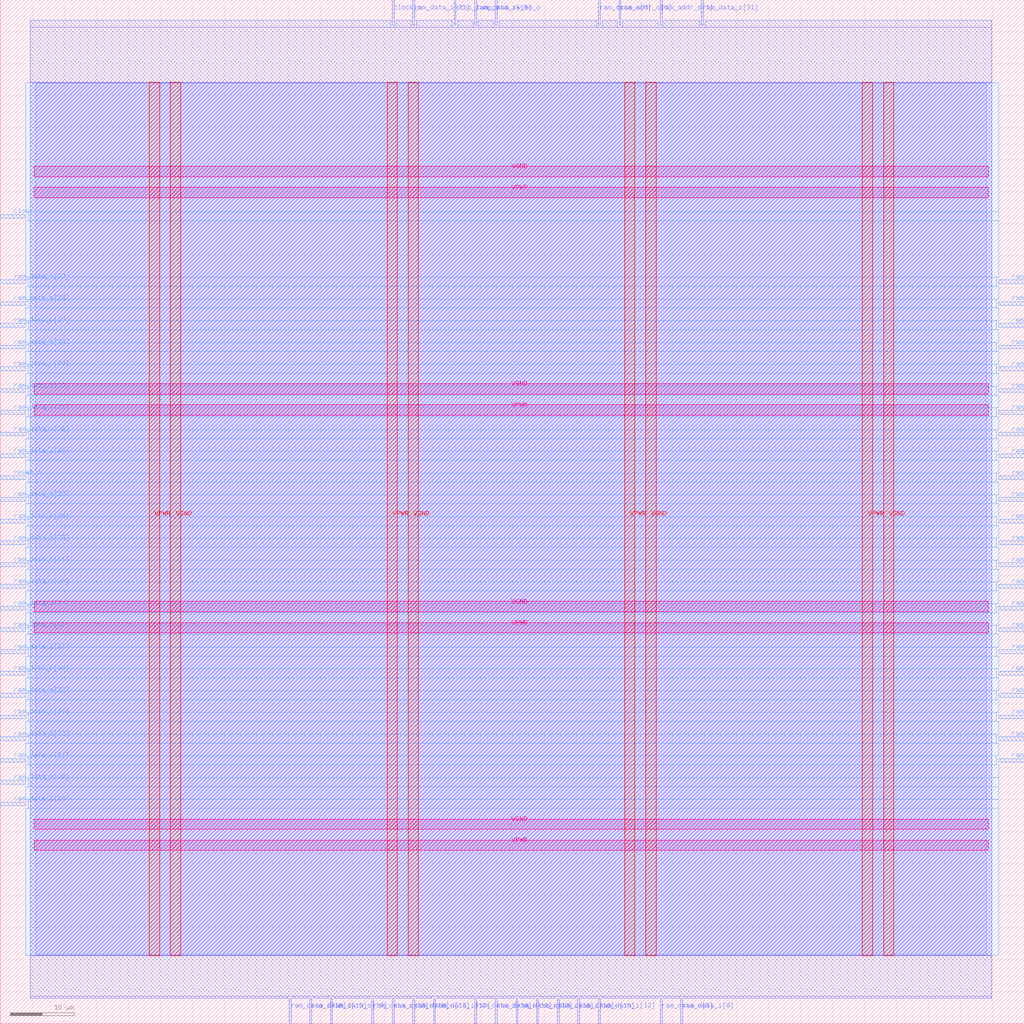
<source format=lef>
VERSION 5.7 ;
  NOWIREEXTENSIONATPIN ON ;
  DIVIDERCHAR "/" ;
  BUSBITCHARS "[]" ;
MACRO manchester_baby
  CLASS BLOCK ;
  FOREIGN manchester_baby ;
  ORIGIN 0.000 0.000 ;
  SIZE 160.000 BY 160.000 ;
  PIN VGND
    DIRECTION INOUT ;
    USE GROUND ;
    PORT
      LAYER met4 ;
        RECT 26.590 10.640 28.190 147.120 ;
    END
    PORT
      LAYER met4 ;
        RECT 63.730 10.640 65.330 147.120 ;
    END
    PORT
      LAYER met4 ;
        RECT 100.870 10.640 102.470 147.120 ;
    END
    PORT
      LAYER met4 ;
        RECT 138.010 10.640 139.610 147.120 ;
    END
    PORT
      LAYER met5 ;
        RECT 5.280 30.380 154.340 31.980 ;
    END
    PORT
      LAYER met5 ;
        RECT 5.280 64.380 154.340 65.980 ;
    END
    PORT
      LAYER met5 ;
        RECT 5.280 98.380 154.340 99.980 ;
    END
    PORT
      LAYER met5 ;
        RECT 5.280 132.380 154.340 133.980 ;
    END
  END VGND
  PIN VPWR
    DIRECTION INOUT ;
    USE POWER ;
    PORT
      LAYER met4 ;
        RECT 23.290 10.640 24.890 147.120 ;
    END
    PORT
      LAYER met4 ;
        RECT 60.430 10.640 62.030 147.120 ;
    END
    PORT
      LAYER met4 ;
        RECT 97.570 10.640 99.170 147.120 ;
    END
    PORT
      LAYER met4 ;
        RECT 134.710 10.640 136.310 147.120 ;
    END
    PORT
      LAYER met5 ;
        RECT 5.280 27.080 154.340 28.680 ;
    END
    PORT
      LAYER met5 ;
        RECT 5.280 61.080 154.340 62.680 ;
    END
    PORT
      LAYER met5 ;
        RECT 5.280 95.080 154.340 96.680 ;
    END
    PORT
      LAYER met5 ;
        RECT 5.280 129.080 154.340 130.680 ;
    END
  END VPWR
  PIN clock
    DIRECTION INPUT ;
    USE SIGNAL ;
    ANTENNAGATEAREA 0.852000 ;
    PORT
      LAYER met3 ;
        RECT 0.000 125.840 4.000 126.440 ;
    END
  END clock
  PIN clock_o
    DIRECTION OUTPUT TRISTATE ;
    USE SIGNAL ;
    ANTENNADIFFAREA 0.795200 ;
    PORT
      LAYER met2 ;
        RECT 61.270 156.000 61.550 160.000 ;
    END
  END clock_o
  PIN ram_addr_o[0]
    DIRECTION OUTPUT TRISTATE ;
    USE SIGNAL ;
    ANTENNADIFFAREA 0.795200 ;
    PORT
      LAYER met2 ;
        RECT 96.690 156.000 96.970 160.000 ;
    END
  END ram_addr_o[0]
  PIN ram_addr_o[1]
    DIRECTION OUTPUT TRISTATE ;
    USE SIGNAL ;
    ANTENNADIFFAREA 0.795200 ;
    PORT
      LAYER met2 ;
        RECT 103.130 156.000 103.410 160.000 ;
    END
  END ram_addr_o[1]
  PIN ram_addr_o[2]
    DIRECTION OUTPUT TRISTATE ;
    USE SIGNAL ;
    ANTENNADIFFAREA 0.445500 ;
    PORT
      LAYER met3 ;
        RECT 156.000 98.640 160.000 99.240 ;
    END
  END ram_addr_o[2]
  PIN ram_addr_o[3]
    DIRECTION OUTPUT TRISTATE ;
    USE SIGNAL ;
    ANTENNADIFFAREA 0.445500 ;
    PORT
      LAYER met3 ;
        RECT 156.000 102.040 160.000 102.640 ;
    END
  END ram_addr_o[3]
  PIN ram_addr_o[4]
    DIRECTION OUTPUT TRISTATE ;
    USE SIGNAL ;
    ANTENNADIFFAREA 0.445500 ;
    PORT
      LAYER met3 ;
        RECT 156.000 105.440 160.000 106.040 ;
    END
  END ram_addr_o[4]
  PIN ram_data_i[0]
    DIRECTION INPUT ;
    USE SIGNAL ;
    ANTENNAGATEAREA 0.196500 ;
    PORT
      LAYER met3 ;
        RECT 156.000 81.640 160.000 82.240 ;
    END
  END ram_data_i[0]
  PIN ram_data_i[10]
    DIRECTION INPUT ;
    USE SIGNAL ;
    ANTENNAGATEAREA 0.213000 ;
    PORT
      LAYER met2 ;
        RECT 87.030 0.000 87.310 4.000 ;
    END
  END ram_data_i[10]
  PIN ram_data_i[11]
    DIRECTION INPUT ;
    USE SIGNAL ;
    ANTENNAGATEAREA 0.213000 ;
    PORT
      LAYER met2 ;
        RECT 83.810 0.000 84.090 4.000 ;
    END
  END ram_data_i[11]
  PIN ram_data_i[12]
    DIRECTION INPUT ;
    USE SIGNAL ;
    ANTENNAGATEAREA 0.196500 ;
    PORT
      LAYER met2 ;
        RECT 93.470 0.000 93.750 4.000 ;
    END
  END ram_data_i[12]
  PIN ram_data_i[13]
    DIRECTION INPUT ;
    USE SIGNAL ;
    ANTENNAGATEAREA 0.213000 ;
    PORT
      LAYER met3 ;
        RECT 156.000 61.240 160.000 61.840 ;
    END
  END ram_data_i[13]
  PIN ram_data_i[14]
    DIRECTION INPUT ;
    USE SIGNAL ;
    ANTENNAGATEAREA 0.213000 ;
    PORT
      LAYER met2 ;
        RECT 74.150 0.000 74.430 4.000 ;
    END
  END ram_data_i[14]
  PIN ram_data_i[15]
    DIRECTION INPUT ;
    USE SIGNAL ;
    ANTENNAGATEAREA 0.213000 ;
    PORT
      LAYER met2 ;
        RECT 74.150 156.000 74.430 160.000 ;
    END
  END ram_data_i[15]
  PIN ram_data_i[16]
    DIRECTION INPUT ;
    USE SIGNAL ;
    ANTENNAGATEAREA 0.196500 ;
    PORT
      LAYER met2 ;
        RECT 58.050 0.000 58.330 4.000 ;
    END
  END ram_data_i[16]
  PIN ram_data_i[17]
    DIRECTION INPUT ;
    USE SIGNAL ;
    ANTENNAGATEAREA 0.196500 ;
    PORT
      LAYER met2 ;
        RECT 67.710 0.000 67.990 4.000 ;
    END
  END ram_data_i[17]
  PIN ram_data_i[18]
    DIRECTION INPUT ;
    USE SIGNAL ;
    ANTENNAGATEAREA 0.196500 ;
    PORT
      LAYER met2 ;
        RECT 45.170 0.000 45.450 4.000 ;
    END
  END ram_data_i[18]
  PIN ram_data_i[19]
    DIRECTION INPUT ;
    USE SIGNAL ;
    ANTENNAGATEAREA 0.196500 ;
    PORT
      LAYER met2 ;
        RECT 48.390 0.000 48.670 4.000 ;
    END
  END ram_data_i[19]
  PIN ram_data_i[1]
    DIRECTION INPUT ;
    USE SIGNAL ;
    ANTENNAGATEAREA 0.247500 ;
    PORT
      LAYER met3 ;
        RECT 156.000 112.240 160.000 112.840 ;
    END
  END ram_data_i[1]
  PIN ram_data_i[20]
    DIRECTION INPUT ;
    USE SIGNAL ;
    ANTENNAGATEAREA 0.196500 ;
    PORT
      LAYER met3 ;
        RECT 0.000 34.040 4.000 34.640 ;
    END
  END ram_data_i[20]
  PIN ram_data_i[21]
    DIRECTION INPUT ;
    USE SIGNAL ;
    ANTENNAGATEAREA 0.196500 ;
    PORT
      LAYER met3 ;
        RECT 0.000 40.840 4.000 41.440 ;
    END
  END ram_data_i[21]
  PIN ram_data_i[22]
    DIRECTION INPUT ;
    USE SIGNAL ;
    ANTENNAGATEAREA 0.196500 ;
    PORT
      LAYER met3 ;
        RECT 0.000 44.240 4.000 44.840 ;
    END
  END ram_data_i[22]
  PIN ram_data_i[23]
    DIRECTION INPUT ;
    USE SIGNAL ;
    ANTENNAGATEAREA 0.196500 ;
    PORT
      LAYER met3 ;
        RECT 0.000 57.840 4.000 58.440 ;
    END
  END ram_data_i[23]
  PIN ram_data_i[24]
    DIRECTION INPUT ;
    USE SIGNAL ;
    ANTENNAGATEAREA 0.196500 ;
    PORT
      LAYER met3 ;
        RECT 0.000 68.040 4.000 68.640 ;
    END
  END ram_data_i[24]
  PIN ram_data_i[25]
    DIRECTION INPUT ;
    USE SIGNAL ;
    ANTENNAGATEAREA 0.196500 ;
    PORT
      LAYER met3 ;
        RECT 0.000 74.840 4.000 75.440 ;
    END
  END ram_data_i[25]
  PIN ram_data_i[26]
    DIRECTION INPUT ;
    USE SIGNAL ;
    ANTENNAGATEAREA 0.196500 ;
    PORT
      LAYER met3 ;
        RECT 0.000 95.240 4.000 95.840 ;
    END
  END ram_data_i[26]
  PIN ram_data_i[27]
    DIRECTION INPUT ;
    USE SIGNAL ;
    ANTENNAGATEAREA 0.213000 ;
    PORT
      LAYER met3 ;
        RECT 0.000 115.640 4.000 116.240 ;
    END
  END ram_data_i[27]
  PIN ram_data_i[28]
    DIRECTION INPUT ;
    USE SIGNAL ;
    ANTENNAGATEAREA 0.213000 ;
    PORT
      LAYER met3 ;
        RECT 0.000 88.440 4.000 89.040 ;
    END
  END ram_data_i[28]
  PIN ram_data_i[29]
    DIRECTION INPUT ;
    USE SIGNAL ;
    ANTENNAGATEAREA 0.213000 ;
    PORT
      LAYER met3 ;
        RECT 0.000 98.640 4.000 99.240 ;
    END
  END ram_data_i[29]
  PIN ram_data_i[2]
    DIRECTION INPUT ;
    USE SIGNAL ;
    ANTENNAGATEAREA 0.495000 ;
    PORT
      LAYER met3 ;
        RECT 156.000 95.240 160.000 95.840 ;
    END
  END ram_data_i[2]
  PIN ram_data_i[30]
    DIRECTION INPUT ;
    USE SIGNAL ;
    ANTENNAGATEAREA 0.196500 ;
    PORT
      LAYER met3 ;
        RECT 0.000 91.840 4.000 92.440 ;
    END
  END ram_data_i[30]
  PIN ram_data_i[31]
    DIRECTION INPUT ;
    USE SIGNAL ;
    ANTENNAGATEAREA 0.196500 ;
    PORT
      LAYER met2 ;
        RECT 64.490 156.000 64.770 160.000 ;
    END
  END ram_data_i[31]
  PIN ram_data_i[3]
    DIRECTION INPUT ;
    USE SIGNAL ;
    ANTENNAGATEAREA 0.742500 ;
    PORT
      LAYER met3 ;
        RECT 156.000 108.840 160.000 109.440 ;
    END
  END ram_data_i[3]
  PIN ram_data_i[4]
    DIRECTION INPUT ;
    USE SIGNAL ;
    ANTENNAGATEAREA 0.213000 ;
    PORT
      LAYER met3 ;
        RECT 156.000 115.640 160.000 116.240 ;
    END
  END ram_data_i[4]
  PIN ram_data_i[5]
    DIRECTION INPUT ;
    USE SIGNAL ;
    ANTENNAGATEAREA 0.196500 ;
    PORT
      LAYER met3 ;
        RECT 156.000 68.040 160.000 68.640 ;
    END
  END ram_data_i[5]
  PIN ram_data_i[6]
    DIRECTION INPUT ;
    USE SIGNAL ;
    ANTENNAGATEAREA 0.196500 ;
    PORT
      LAYER met3 ;
        RECT 156.000 54.440 160.000 55.040 ;
    END
  END ram_data_i[6]
  PIN ram_data_i[7]
    DIRECTION INPUT ;
    USE SIGNAL ;
    ANTENNAGATEAREA 0.196500 ;
    PORT
      LAYER met3 ;
        RECT 156.000 51.040 160.000 51.640 ;
    END
  END ram_data_i[7]
  PIN ram_data_i[8]
    DIRECTION INPUT ;
    USE SIGNAL ;
    ANTENNAGATEAREA 0.196500 ;
    PORT
      LAYER met3 ;
        RECT 156.000 47.640 160.000 48.240 ;
    END
  END ram_data_i[8]
  PIN ram_data_i[9]
    DIRECTION INPUT ;
    USE SIGNAL ;
    ANTENNAGATEAREA 0.196500 ;
    PORT
      LAYER met2 ;
        RECT 106.350 0.000 106.630 4.000 ;
    END
  END ram_data_i[9]
  PIN ram_data_o[0]
    DIRECTION OUTPUT TRISTATE ;
    USE SIGNAL ;
    ANTENNADIFFAREA 0.795200 ;
    PORT
      LAYER met2 ;
        RECT 93.470 156.000 93.750 160.000 ;
    END
  END ram_data_o[0]
  PIN ram_data_o[10]
    DIRECTION OUTPUT TRISTATE ;
    USE SIGNAL ;
    ANTENNADIFFAREA 0.445500 ;
    PORT
      LAYER met2 ;
        RECT 90.250 0.000 90.530 4.000 ;
    END
  END ram_data_o[10]
  PIN ram_data_o[11]
    DIRECTION OUTPUT TRISTATE ;
    USE SIGNAL ;
    ANTENNADIFFAREA 0.445500 ;
    PORT
      LAYER met2 ;
        RECT 77.370 0.000 77.650 4.000 ;
    END
  END ram_data_o[11]
  PIN ram_data_o[12]
    DIRECTION OUTPUT TRISTATE ;
    USE SIGNAL ;
    ANTENNADIFFAREA 0.445500 ;
    PORT
      LAYER met2 ;
        RECT 80.590 0.000 80.870 4.000 ;
    END
  END ram_data_o[12]
  PIN ram_data_o[13]
    DIRECTION OUTPUT TRISTATE ;
    USE SIGNAL ;
    ANTENNADIFFAREA 0.445500 ;
    PORT
      LAYER met3 ;
        RECT 156.000 71.440 160.000 72.040 ;
    END
  END ram_data_o[13]
  PIN ram_data_o[14]
    DIRECTION OUTPUT TRISTATE ;
    USE SIGNAL ;
    ANTENNADIFFAREA 0.445500 ;
    PORT
      LAYER met3 ;
        RECT 156.000 78.240 160.000 78.840 ;
    END
  END ram_data_o[14]
  PIN ram_data_o[15]
    DIRECTION OUTPUT TRISTATE ;
    USE SIGNAL ;
    ANTENNADIFFAREA 0.445500 ;
    PORT
      LAYER met3 ;
        RECT 0.000 71.440 4.000 72.040 ;
    END
  END ram_data_o[15]
  PIN ram_data_o[16]
    DIRECTION OUTPUT TRISTATE ;
    USE SIGNAL ;
    ANTENNADIFFAREA 0.445500 ;
    PORT
      LAYER met3 ;
        RECT 0.000 54.440 4.000 55.040 ;
    END
  END ram_data_o[16]
  PIN ram_data_o[17]
    DIRECTION OUTPUT TRISTATE ;
    USE SIGNAL ;
    ANTENNADIFFAREA 0.445500 ;
    PORT
      LAYER met2 ;
        RECT 64.490 0.000 64.770 4.000 ;
    END
  END ram_data_o[17]
  PIN ram_data_o[18]
    DIRECTION OUTPUT TRISTATE ;
    USE SIGNAL ;
    ANTENNADIFFAREA 0.445500 ;
    PORT
      LAYER met2 ;
        RECT 61.270 0.000 61.550 4.000 ;
    END
  END ram_data_o[18]
  PIN ram_data_o[19]
    DIRECTION OUTPUT TRISTATE ;
    USE SIGNAL ;
    ANTENNADIFFAREA 0.445500 ;
    PORT
      LAYER met2 ;
        RECT 51.610 0.000 51.890 4.000 ;
    END
  END ram_data_o[19]
  PIN ram_data_o[1]
    DIRECTION OUTPUT TRISTATE ;
    USE SIGNAL ;
    ANTENNADIFFAREA 0.445500 ;
    PORT
      LAYER met3 ;
        RECT 156.000 88.440 160.000 89.040 ;
    END
  END ram_data_o[1]
  PIN ram_data_o[20]
    DIRECTION OUTPUT TRISTATE ;
    USE SIGNAL ;
    ANTENNADIFFAREA 0.445500 ;
    PORT
      LAYER met3 ;
        RECT 0.000 37.440 4.000 38.040 ;
    END
  END ram_data_o[20]
  PIN ram_data_o[21]
    DIRECTION OUTPUT TRISTATE ;
    USE SIGNAL ;
    ANTENNADIFFAREA 0.445500 ;
    PORT
      LAYER met3 ;
        RECT 0.000 47.640 4.000 48.240 ;
    END
  END ram_data_o[21]
  PIN ram_data_o[22]
    DIRECTION OUTPUT TRISTATE ;
    USE SIGNAL ;
    ANTENNADIFFAREA 0.445500 ;
    PORT
      LAYER met3 ;
        RECT 0.000 51.040 4.000 51.640 ;
    END
  END ram_data_o[22]
  PIN ram_data_o[23]
    DIRECTION OUTPUT TRISTATE ;
    USE SIGNAL ;
    ANTENNADIFFAREA 0.445500 ;
    PORT
      LAYER met3 ;
        RECT 0.000 61.240 4.000 61.840 ;
    END
  END ram_data_o[23]
  PIN ram_data_o[24]
    DIRECTION OUTPUT TRISTATE ;
    USE SIGNAL ;
    ANTENNADIFFAREA 0.445500 ;
    PORT
      LAYER met3 ;
        RECT 0.000 64.640 4.000 65.240 ;
    END
  END ram_data_o[24]
  PIN ram_data_o[25]
    DIRECTION OUTPUT TRISTATE ;
    USE SIGNAL ;
    ANTENNADIFFAREA 0.445500 ;
    PORT
      LAYER met3 ;
        RECT 0.000 78.240 4.000 78.840 ;
    END
  END ram_data_o[25]
  PIN ram_data_o[26]
    DIRECTION OUTPUT TRISTATE ;
    USE SIGNAL ;
    ANTENNADIFFAREA 0.445500 ;
    PORT
      LAYER met3 ;
        RECT 0.000 112.240 4.000 112.840 ;
    END
  END ram_data_o[26]
  PIN ram_data_o[27]
    DIRECTION OUTPUT TRISTATE ;
    USE SIGNAL ;
    ANTENNADIFFAREA 0.445500 ;
    PORT
      LAYER met3 ;
        RECT 0.000 108.840 4.000 109.440 ;
    END
  END ram_data_o[27]
  PIN ram_data_o[28]
    DIRECTION OUTPUT TRISTATE ;
    USE SIGNAL ;
    ANTENNADIFFAREA 0.445500 ;
    PORT
      LAYER met3 ;
        RECT 0.000 81.640 4.000 82.240 ;
    END
  END ram_data_o[28]
  PIN ram_data_o[29]
    DIRECTION OUTPUT TRISTATE ;
    USE SIGNAL ;
    ANTENNADIFFAREA 0.445500 ;
    PORT
      LAYER met3 ;
        RECT 0.000 102.040 4.000 102.640 ;
    END
  END ram_data_o[29]
  PIN ram_data_o[2]
    DIRECTION OUTPUT TRISTATE ;
    USE SIGNAL ;
    ANTENNADIFFAREA 0.445500 ;
    PORT
      LAYER met3 ;
        RECT 156.000 91.840 160.000 92.440 ;
    END
  END ram_data_o[2]
  PIN ram_data_o[30]
    DIRECTION OUTPUT TRISTATE ;
    USE SIGNAL ;
    ANTENNADIFFAREA 0.445500 ;
    PORT
      LAYER met3 ;
        RECT 0.000 105.440 4.000 106.040 ;
    END
  END ram_data_o[30]
  PIN ram_data_o[31]
    DIRECTION OUTPUT TRISTATE ;
    USE SIGNAL ;
    ANTENNADIFFAREA 0.795200 ;
    PORT
      LAYER met2 ;
        RECT 109.570 156.000 109.850 160.000 ;
    END
  END ram_data_o[31]
  PIN ram_data_o[3]
    DIRECTION OUTPUT TRISTATE ;
    USE SIGNAL ;
    ANTENNADIFFAREA 0.445500 ;
    PORT
      LAYER met3 ;
        RECT 156.000 85.040 160.000 85.640 ;
    END
  END ram_data_o[3]
  PIN ram_data_o[4]
    DIRECTION OUTPUT TRISTATE ;
    USE SIGNAL ;
    ANTENNADIFFAREA 0.445500 ;
    PORT
      LAYER met3 ;
        RECT 156.000 74.840 160.000 75.440 ;
    END
  END ram_data_o[4]
  PIN ram_data_o[5]
    DIRECTION OUTPUT TRISTATE ;
    USE SIGNAL ;
    ANTENNADIFFAREA 0.445500 ;
    PORT
      LAYER met3 ;
        RECT 156.000 64.640 160.000 65.240 ;
    END
  END ram_data_o[5]
  PIN ram_data_o[6]
    DIRECTION OUTPUT TRISTATE ;
    USE SIGNAL ;
    ANTENNADIFFAREA 0.445500 ;
    PORT
      LAYER met3 ;
        RECT 156.000 57.840 160.000 58.440 ;
    END
  END ram_data_o[6]
  PIN ram_data_o[7]
    DIRECTION OUTPUT TRISTATE ;
    USE SIGNAL ;
    ANTENNADIFFAREA 0.445500 ;
    PORT
      LAYER met3 ;
        RECT 156.000 44.240 160.000 44.840 ;
    END
  END ram_data_o[7]
  PIN ram_data_o[8]
    DIRECTION OUTPUT TRISTATE ;
    USE SIGNAL ;
    ANTENNADIFFAREA 0.445500 ;
    PORT
      LAYER met3 ;
        RECT 156.000 40.840 160.000 41.440 ;
    END
  END ram_data_o[8]
  PIN ram_data_o[9]
    DIRECTION OUTPUT TRISTATE ;
    USE SIGNAL ;
    ANTENNADIFFAREA 0.445500 ;
    PORT
      LAYER met2 ;
        RECT 103.130 0.000 103.410 4.000 ;
    END
  END ram_data_o[9]
  PIN ram_rw_en_o
    DIRECTION OUTPUT TRISTATE ;
    USE SIGNAL ;
    ANTENNADIFFAREA 0.795200 ;
    PORT
      LAYER met2 ;
        RECT 77.370 156.000 77.650 160.000 ;
    END
  END ram_rw_en_o
  PIN reset_i
    DIRECTION INPUT ;
    USE SIGNAL ;
    ANTENNAGATEAREA 0.126000 ;
    PORT
      LAYER met3 ;
        RECT 0.000 85.040 4.000 85.640 ;
    END
  END reset_i
  PIN stop_lamp_o
    DIRECTION OUTPUT TRISTATE ;
    USE SIGNAL ;
    ANTENNADIFFAREA 0.795200 ;
    PORT
      LAYER met2 ;
        RECT 70.930 156.000 71.210 160.000 ;
    END
  END stop_lamp_o
  OBS
      LAYER li1 ;
        RECT 5.520 10.795 154.100 146.965 ;
      LAYER met1 ;
        RECT 4.670 10.640 154.950 147.120 ;
      LAYER met2 ;
        RECT 4.690 155.720 60.990 156.810 ;
        RECT 61.830 155.720 64.210 156.810 ;
        RECT 65.050 155.720 70.650 156.810 ;
        RECT 71.490 155.720 73.870 156.810 ;
        RECT 74.710 155.720 77.090 156.810 ;
        RECT 77.930 155.720 93.190 156.810 ;
        RECT 94.030 155.720 96.410 156.810 ;
        RECT 97.250 155.720 102.850 156.810 ;
        RECT 103.690 155.720 109.290 156.810 ;
        RECT 110.130 155.720 154.930 156.810 ;
        RECT 4.690 4.280 154.930 155.720 ;
        RECT 4.690 4.000 44.890 4.280 ;
        RECT 45.730 4.000 48.110 4.280 ;
        RECT 48.950 4.000 51.330 4.280 ;
        RECT 52.170 4.000 57.770 4.280 ;
        RECT 58.610 4.000 60.990 4.280 ;
        RECT 61.830 4.000 64.210 4.280 ;
        RECT 65.050 4.000 67.430 4.280 ;
        RECT 68.270 4.000 73.870 4.280 ;
        RECT 74.710 4.000 77.090 4.280 ;
        RECT 77.930 4.000 80.310 4.280 ;
        RECT 81.150 4.000 83.530 4.280 ;
        RECT 84.370 4.000 86.750 4.280 ;
        RECT 87.590 4.000 89.970 4.280 ;
        RECT 90.810 4.000 93.190 4.280 ;
        RECT 94.030 4.000 102.850 4.280 ;
        RECT 103.690 4.000 106.070 4.280 ;
        RECT 106.910 4.000 154.930 4.280 ;
      LAYER met3 ;
        RECT 3.990 126.840 156.000 147.045 ;
        RECT 4.400 125.440 156.000 126.840 ;
        RECT 3.990 116.640 156.000 125.440 ;
        RECT 4.400 115.240 155.600 116.640 ;
        RECT 3.990 113.240 156.000 115.240 ;
        RECT 4.400 111.840 155.600 113.240 ;
        RECT 3.990 109.840 156.000 111.840 ;
        RECT 4.400 108.440 155.600 109.840 ;
        RECT 3.990 106.440 156.000 108.440 ;
        RECT 4.400 105.040 155.600 106.440 ;
        RECT 3.990 103.040 156.000 105.040 ;
        RECT 4.400 101.640 155.600 103.040 ;
        RECT 3.990 99.640 156.000 101.640 ;
        RECT 4.400 98.240 155.600 99.640 ;
        RECT 3.990 96.240 156.000 98.240 ;
        RECT 4.400 94.840 155.600 96.240 ;
        RECT 3.990 92.840 156.000 94.840 ;
        RECT 4.400 91.440 155.600 92.840 ;
        RECT 3.990 89.440 156.000 91.440 ;
        RECT 4.400 88.040 155.600 89.440 ;
        RECT 3.990 86.040 156.000 88.040 ;
        RECT 4.400 84.640 155.600 86.040 ;
        RECT 3.990 82.640 156.000 84.640 ;
        RECT 4.400 81.240 155.600 82.640 ;
        RECT 3.990 79.240 156.000 81.240 ;
        RECT 4.400 77.840 155.600 79.240 ;
        RECT 3.990 75.840 156.000 77.840 ;
        RECT 4.400 74.440 155.600 75.840 ;
        RECT 3.990 72.440 156.000 74.440 ;
        RECT 4.400 71.040 155.600 72.440 ;
        RECT 3.990 69.040 156.000 71.040 ;
        RECT 4.400 67.640 155.600 69.040 ;
        RECT 3.990 65.640 156.000 67.640 ;
        RECT 4.400 64.240 155.600 65.640 ;
        RECT 3.990 62.240 156.000 64.240 ;
        RECT 4.400 60.840 155.600 62.240 ;
        RECT 3.990 58.840 156.000 60.840 ;
        RECT 4.400 57.440 155.600 58.840 ;
        RECT 3.990 55.440 156.000 57.440 ;
        RECT 4.400 54.040 155.600 55.440 ;
        RECT 3.990 52.040 156.000 54.040 ;
        RECT 4.400 50.640 155.600 52.040 ;
        RECT 3.990 48.640 156.000 50.640 ;
        RECT 4.400 47.240 155.600 48.640 ;
        RECT 3.990 45.240 156.000 47.240 ;
        RECT 4.400 43.840 155.600 45.240 ;
        RECT 3.990 41.840 156.000 43.840 ;
        RECT 4.400 40.440 155.600 41.840 ;
        RECT 3.990 38.440 156.000 40.440 ;
        RECT 4.400 37.040 156.000 38.440 ;
        RECT 3.990 35.040 156.000 37.040 ;
        RECT 4.400 33.640 156.000 35.040 ;
        RECT 3.990 10.715 156.000 33.640 ;
  END
END manchester_baby
END LIBRARY


</source>
